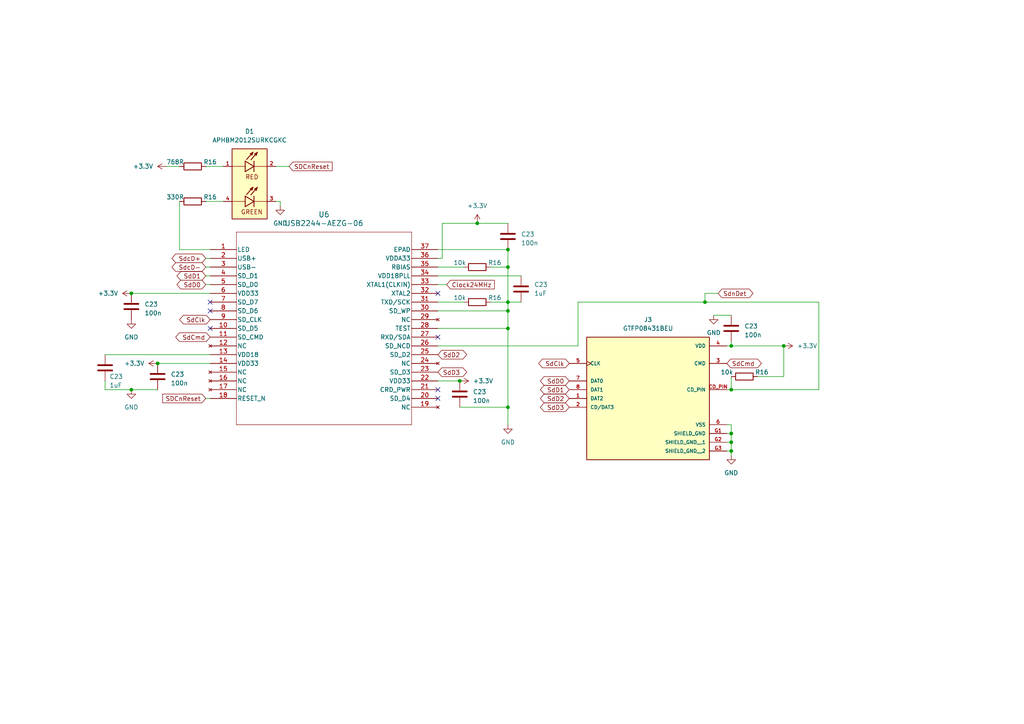
<source format=kicad_sch>
(kicad_sch (version 20230121) (generator eeschema)
  (paper "A4")
  (lib_symbols
    (symbol "Device:C" (pin_numbers hide) (pin_names (offset 0.254))
      (property "Reference" "C" (at 0.635 2.54 0))
      (property "Value" "C" (at 0.635 -2.54 0))
      (symbol "C_0_1"
        (polyline (pts (xy -2.032 -0.762) (xy 2.032 -0.762)) (stroke (width 0.508)))
        (polyline (pts (xy -2.032 0.762) (xy 2.032 0.762)) (stroke (width 0.508)))
      )
      (symbol "C_1_1"
        (pin passive line (at 0 3.81 270) (length 2.794) (name "~") (number "1"))
        (pin passive line (at 0 -3.81 90) (length 2.794) (name "~") (number "2"))
      )
    )
    (symbol "Device:R" (pin_numbers hide) (pin_names (offset 0))
      (property "Reference" "R" (at 2.032 0 90))
      (property "Value" "R" (at 0 0 90))
      (symbol "R_0_1"
        (rectangle (start -1.016 -2.54) (end 1.016 2.54) (stroke (width 0.254)))
      )
      (symbol "R_1_1"
        (pin passive line (at 0 3.81 270) (length 1.27) (name "~") (number "1"))
        (pin passive line (at 0 -3.81 90) (length 1.27) (name "~") (number "2"))
      )
    )
    (symbol "addOnTemplate:APHBM2012SURKCGKC" (pin_names (offset 1.016))
      (property "Reference" "D" (at -5.08 10.922 0))
      (property "Value" "APHBM2012SURKCGKC" (at -5.08 -12.7 0))
      (symbol "APHBM2012SURKCGKC_0_0"
        (rectangle (start -5.08 -10.16) (end 5.08 10.16) (stroke (width 0.254)) (fill (type background)))
        (polyline (pts (xy -1.27 -6.604) (xy 1.27 -5.08)) (stroke (width 0.254)))
        (polyline (pts (xy -1.27 -5.08) (xy -5.08 -5.08)) (stroke (width 0.1524)))
        (polyline (pts (xy -1.27 -5.08) (xy -1.27 -6.604)) (stroke (width 0.254)))
        (polyline (pts (xy -1.27 -3.556) (xy -1.27 -5.08)) (stroke (width 0.254)))
        (polyline (pts (xy -1.27 3.556) (xy 1.27 5.08)) (stroke (width 0.254)))
        (polyline (pts (xy -1.27 5.08) (xy -5.08 5.08)) (stroke (width 0.1524)))
        (polyline (pts (xy -1.27 5.08) (xy -1.27 3.556)) (stroke (width 0.254)))
        (polyline (pts (xy -1.27 6.604) (xy -1.27 5.08)) (stroke (width 0.254)))
        (polyline (pts (xy 0.9144 -1.0414) (xy -0.8636 -3.0734)) (stroke (width 0.254)))
        (polyline (pts (xy 0.9144 9.1186) (xy -0.8636 7.0866)) (stroke (width 0.254)))
        (polyline (pts (xy 1.27 -5.08) (xy -1.27 -3.556)) (stroke (width 0.254)))
        (polyline (pts (xy 1.27 -5.08) (xy 1.27 -6.604)) (stroke (width 0.254)))
        (polyline (pts (xy 1.27 -3.556) (xy 1.27 -5.08)) (stroke (width 0.254)))
        (polyline (pts (xy 1.27 5.08) (xy -1.27 6.604)) (stroke (width 0.254)))
        (polyline (pts (xy 1.27 5.08) (xy 1.27 3.556)) (stroke (width 0.254)))
        (polyline (pts (xy 1.27 6.604) (xy 1.27 5.08)) (stroke (width 0.254)))
        (polyline (pts (xy 2.159 -1.143) (xy 0.381 -3.175)) (stroke (width 0.254)))
        (polyline (pts (xy 2.159 9.017) (xy 0.381 6.985)) (stroke (width 0.254)))
        (polyline (pts (xy 5.08 -5.08) (xy 1.27 -5.08)) (stroke (width 0.1524)))
        (polyline (pts (xy 5.08 5.08) (xy 1.27 5.08)) (stroke (width 0.1524)))
        (polyline (pts (xy 0.127 -1.397) (xy 0.6985 -1.905) (xy 1.0795 -0.889) (xy 0.127 -1.397)) (stroke (width 0.1524)) (fill (type outline)))
        (polyline (pts (xy 0.127 8.763) (xy 0.6985 8.255) (xy 1.0795 9.271) (xy 0.127 8.763)) (stroke (width 0.1524)) (fill (type outline)))
        (polyline (pts (xy 1.397 -1.4605) (xy 1.9685 -1.9685) (xy 2.3495 -0.889) (xy 1.397 -1.4605)) (stroke (width 0.1524)) (fill (type outline)))
        (polyline (pts (xy 1.397 8.6995) (xy 1.9685 8.1915) (xy 2.3495 9.271) (xy 1.397 8.6995)) (stroke (width 0.1524)) (fill (type outline)))
        (text "GREEN" (at -2.54 -8.89 0) (effects (font (size 1.27 1.27)) (justify left bottom)))
        (text "RED" (at -1.27 1.27 0) (effects (font (size 1.27 1.27)) (justify left bottom)))
        (pin passive line (at -7.62 5.08 0) (length 2.54) (name "~") (number "1"))
        (pin passive line (at 7.62 5.08 180) (length 2.54) (name "~") (number "2"))
        (pin passive line (at 7.62 -5.08 180) (length 2.54) (name "~") (number "3"))
        (pin passive line (at -7.62 -5.08 0) (length 2.54) (name "~") (number "4"))
      )
    )
    (symbol "addOnTemplate:USB2244-AEZG-06" (pin_names (offset 0.254))
      (property "Reference" "U" (at 33.02 10.16 0))
      (property "Value" "USB2244-AEZG-06" (at 33.02 7.62 0))
      (symbol "USB2244-AEZG-06_0_1"
        (polyline (pts (xy 7.62 -50.8) (xy 58.42 -50.8)) (stroke (width 0.127)))
        (polyline (pts (xy 7.62 5.08) (xy 7.62 -50.8)) (stroke (width 0.127)))
        (polyline (pts (xy 58.42 -50.8) (xy 58.42 5.08)) (stroke (width 0.127)))
        (polyline (pts (xy 58.42 5.08) (xy 7.62 5.08)) (stroke (width 0.127)))
        (pin bidirectional line (at 0 0 0) (length 7.62) (name "LED") (number "1"))
        (pin bidirectional line (at 0 -22.86 0) (length 7.62) (name "SD_D5") (number "10"))
        (pin bidirectional line (at 0 -25.4 0) (length 7.62) (name "SD_CMD") (number "11"))
        (pin no_connect line (at 0 -27.94 0) (length 7.62) (name "NC") (number "12"))
        (pin power_in line (at 0 -30.48 0) (length 7.62) (name "VDD18") (number "13"))
        (pin power_in line (at 0 -33.02 0) (length 7.62) (name "VDD33") (number "14"))
        (pin no_connect line (at 0 -35.56 0) (length 7.62) (name "NC") (number "15"))
        (pin no_connect line (at 0 -38.1 0) (length 7.62) (name "NC") (number "16"))
        (pin no_connect line (at 0 -40.64 0) (length 7.62) (name "NC") (number "17"))
        (pin input line (at 0 -43.18 0) (length 7.62) (name "RESET_N") (number "18"))
        (pin no_connect line (at 66.04 -45.72 180) (length 7.62) (name "NC") (number "19"))
        (pin bidirectional line (at 0 -2.54 0) (length 7.62) (name "USB+") (number "2"))
        (pin bidirectional line (at 66.04 -43.18 180) (length 7.62) (name "SD_D4") (number "20"))
        (pin bidirectional line (at 66.04 -40.64 180) (length 7.62) (name "CRD_PWR") (number "21"))
        (pin power_in line (at 66.04 -38.1 180) (length 7.62) (name "VDD33") (number "22"))
        (pin bidirectional line (at 66.04 -35.56 180) (length 7.62) (name "SD_D3") (number "23"))
        (pin no_connect line (at 66.04 -33.02 180) (length 7.62) (name "NC") (number "24"))
        (pin bidirectional line (at 66.04 -30.48 180) (length 7.62) (name "SD_D2") (number "25"))
        (pin bidirectional line (at 66.04 -27.94 180) (length 7.62) (name "SD_NCD") (number "26"))
        (pin bidirectional line (at 66.04 -25.4 180) (length 7.62) (name "RXD/SDA") (number "27"))
        (pin input line (at 66.04 -22.86 180) (length 7.62) (name "TEST") (number "28"))
        (pin no_connect line (at 66.04 -20.32 180) (length 7.62) (name "NC") (number "29"))
        (pin bidirectional line (at 0 -5.08 0) (length 7.62) (name "USB-") (number "3"))
        (pin unspecified line (at 66.04 -17.78 180) (length 7.62) (name "SD_WP") (number "30"))
        (pin bidirectional line (at 66.04 -15.24 180) (length 7.62) (name "TXD/SCK") (number "31"))
        (pin output line (at 66.04 -12.7 180) (length 7.62) (name "XTAL2") (number "32"))
        (pin input line (at 66.04 -10.16 180) (length 7.62) (name "XTAL1(CLKIN)") (number "33"))
        (pin power_in line (at 66.04 -7.62 180) (length 7.62) (name "VDD18PLL") (number "34"))
        (pin input line (at 66.04 -5.08 180) (length 7.62) (name "RBIAS") (number "35"))
        (pin power_in line (at 66.04 -2.54 180) (length 7.62) (name "VDDA33") (number "36"))
        (pin unspecified line (at 66.04 0 180) (length 7.62) (name "EPAD") (number "37"))
        (pin bidirectional line (at 0 -7.62 0) (length 7.62) (name "SD_D1") (number "4"))
        (pin bidirectional line (at 0 -10.16 0) (length 7.62) (name "SD_D0") (number "5"))
        (pin power_in line (at 0 -12.7 0) (length 7.62) (name "VDD33") (number "6"))
        (pin bidirectional line (at 0 -15.24 0) (length 7.62) (name "SD_D7") (number "7"))
        (pin bidirectional line (at 0 -17.78 0) (length 7.62) (name "SD_D6") (number "8"))
        (pin output line (at 0 -20.32 0) (length 7.62) (name "SD_CLK") (number "9"))
      )
    )
    (symbol "cpuAddOn:GTFP08431BEU" (pin_names (offset 1.016))
      (property "Reference" "J" (at -17.78 16.002 0))
      (property "Value" "GTFP08431BEU" (at -17.78 -22.86 0))
      (symbol "GTFP08431BEU_0_0"
        (rectangle (start -17.78 -20.32) (end 17.78 15.24) (stroke (width 0.254)) (fill (type background)))
        (pin bidirectional line (at -22.86 -2.54 0) (length 5.08) (name "DAT2") (number "1"))
        (pin bidirectional line (at -22.86 -5.08 0) (length 5.08) (name "CD/DAT3") (number "2"))
        (pin bidirectional line (at 22.86 7.62 180) (length 5.08) (name "CMD") (number "3"))
        (pin power_in line (at 22.86 12.7 180) (length 5.08) (name "VDD") (number "4"))
        (pin bidirectional clock (at -22.86 7.62 0) (length 5.08) (name "CLK") (number "5"))
        (pin power_in line (at 22.86 -10.16 180) (length 5.08) (name "VSS") (number "6"))
        (pin bidirectional line (at -22.86 2.54 0) (length 5.08) (name "DAT0") (number "7"))
        (pin bidirectional line (at -22.86 0 0) (length 5.08) (name "DAT1") (number "8"))
        (pin bidirectional line (at 22.86 0 180) (length 5.08) (name "CD_PIN") (number "CD_PIN"))
        (pin power_in line (at 22.86 -12.7 180) (length 5.08) (name "SHIELD_GND") (number "G1"))
        (pin power_in line (at 22.86 -15.24 180) (length 5.08) (name "SHIELD_GND__1") (number "G2"))
        (pin power_in line (at 22.86 -17.78 180) (length 5.08) (name "SHIELD_GND__2") (number "G3"))
      )
    )
    (symbol "power:+3.3V" (power) (pin_names (offset 0))
      (property "Value" "+3.3V" (at 0 3.556 0))
      (symbol "+3.3V_0_1"
        (polyline (pts (xy -0.762 1.27) (xy 0 2.54)))
        (polyline (pts (xy 0 0) (xy 0 2.54)))
        (polyline (pts (xy 0 2.54) (xy 0.762 1.27)))
      )
      (symbol "+3.3V_1_1"
        (pin power_in line (at 0 0 90) (length 0) hide (name "+3.3V") (number "1"))
      )
    )
    (symbol "power:GND" (power) (pin_names (offset 0))
      (property "Value" "GND" (at 0 -3.81 0))
      (symbol "GND_0_1"
        (polyline (pts (xy 0 0) (xy 0 -1.27) (xy 1.27 -1.27) (xy 0 -2.54) (xy -1.27 -1.27) (xy 0 -1.27)))
      )
      (symbol "GND_1_1"
        (pin power_in line (at 0 0 270) (length 0) hide (name "GND") (number "1"))
      )
    )
  )
  (junction (at 212.09 113.03))
  (junction (at 38.1 113.03))
  (junction (at 212.09 130.81))
  (junction (at 212.09 125.73))
  (junction (at 212.09 100.33))
  (junction (at 138.43 64.77))
  (junction (at 147.32 77.47))
  (junction (at 38.1 85.09))
  (junction (at 45.72 105.41))
  (junction (at 133.35 110.49))
  (junction (at 147.32 118.11))
  (junction (at 147.32 90.17))
  (junction (at 204.47 87.63))
  (junction (at 147.32 72.39))
  (junction (at 227.33 100.33))
  (junction (at 212.09 128.27))
  (junction (at 147.32 95.25))
  (junction (at 147.32 87.63))
  (no_connect (at 60.96 90.17))
  (no_connect (at 127 97.79))
  (no_connect (at 127 115.57))
  (no_connect (at 60.96 87.63))
  (no_connect (at 127 113.03))
  (no_connect (at 127 85.09))
  (no_connect (at 60.96 95.25))
  (wire (pts (xy 208.28 85.09) (xy 204.47 85.09)))
  (wire (pts (xy 212.09 125.73) (xy 212.09 128.27)))
  (wire (pts (xy 59.69 48.26) (xy 64.77 48.26)))
  (wire (pts (xy 147.32 64.77) (xy 138.43 64.77)))
  (wire (pts (xy 227.33 109.22) (xy 227.33 100.33)))
  (wire (pts (xy 127 110.49) (xy 133.35 110.49)))
  (wire (pts (xy 128.27 74.93) (xy 127 74.93)))
  (wire (pts (xy 127 77.47) (xy 134.62 77.47)))
  (wire (pts (xy 133.35 118.11) (xy 147.32 118.11)))
  (wire (pts (xy 138.43 64.77) (xy 128.27 64.77)))
  (wire (pts (xy 59.69 77.47) (xy 60.96 77.47)))
  (wire (pts (xy 147.32 95.25) (xy 147.32 118.11)))
  (wire (pts (xy 142.24 77.47) (xy 147.32 77.47)))
  (wire (pts (xy 127 72.39) (xy 147.32 72.39)))
  (wire (pts (xy 52.07 58.42) (xy 52.07 72.39)))
  (wire (pts (xy 212.09 109.22) (xy 212.09 113.03)))
  (wire (pts (xy 127 82.55) (xy 129.54 82.55)))
  (wire (pts (xy 127 80.01) (xy 151.13 80.01)))
  (wire (pts (xy 30.48 113.03) (xy 38.1 113.03)))
  (wire (pts (xy 219.71 109.22) (xy 227.33 109.22)))
  (wire (pts (xy 38.1 113.03) (xy 45.72 113.03)))
  (wire (pts (xy 167.64 100.33) (xy 167.64 87.63)))
  (wire (pts (xy 59.69 82.55) (xy 60.96 82.55)))
  (wire (pts (xy 80.01 58.42) (xy 81.28 58.42)))
  (wire (pts (xy 127 90.17) (xy 147.32 90.17)))
  (wire (pts (xy 48.26 48.26) (xy 52.07 48.26)))
  (wire (pts (xy 147.32 87.63) (xy 147.32 90.17)))
  (wire (pts (xy 147.32 90.17) (xy 147.32 95.25)))
  (wire (pts (xy 127 87.63) (xy 134.62 87.63)))
  (wire (pts (xy 212.09 130.81) (xy 212.09 132.08)))
  (wire (pts (xy 210.82 128.27) (xy 212.09 128.27)))
  (wire (pts (xy 142.24 87.63) (xy 147.32 87.63)))
  (wire (pts (xy 59.69 115.57) (xy 60.96 115.57)))
  (wire (pts (xy 52.07 72.39) (xy 60.96 72.39)))
  (wire (pts (xy 45.72 105.41) (xy 60.96 105.41)))
  (wire (pts (xy 128.27 64.77) (xy 128.27 74.93)))
  (wire (pts (xy 147.32 87.63) (xy 151.13 87.63)))
  (wire (pts (xy 30.48 110.49) (xy 30.48 113.03)))
  (wire (pts (xy 237.49 113.03) (xy 212.09 113.03)))
  (wire (pts (xy 212.09 113.03) (xy 210.82 113.03)))
  (wire (pts (xy 210.82 125.73) (xy 212.09 125.73)))
  (wire (pts (xy 210.82 123.19) (xy 212.09 123.19)))
  (wire (pts (xy 212.09 100.33) (xy 227.33 100.33)))
  (wire (pts (xy 204.47 87.63) (xy 237.49 87.63)))
  (wire (pts (xy 38.1 85.09) (xy 60.96 85.09)))
  (wire (pts (xy 237.49 87.63) (xy 237.49 113.03)))
  (wire (pts (xy 212.09 99.06) (xy 212.09 100.33)))
  (wire (pts (xy 147.32 77.47) (xy 147.32 87.63)))
  (wire (pts (xy 212.09 128.27) (xy 212.09 130.81)))
  (wire (pts (xy 210.82 130.81) (xy 212.09 130.81)))
  (wire (pts (xy 207.01 91.44) (xy 212.09 91.44)))
  (wire (pts (xy 80.01 48.26) (xy 83.82 48.26)))
  (wire (pts (xy 59.69 74.93) (xy 60.96 74.93)))
  (wire (pts (xy 127 100.33) (xy 167.64 100.33)))
  (wire (pts (xy 81.28 58.42) (xy 81.28 59.69)))
  (wire (pts (xy 167.64 87.63) (xy 204.47 87.63)))
  (wire (pts (xy 30.48 102.87) (xy 60.96 102.87)))
  (wire (pts (xy 59.69 58.42) (xy 64.77 58.42)))
  (wire (pts (xy 204.47 85.09) (xy 204.47 87.63)))
  (wire (pts (xy 59.69 80.01) (xy 60.96 80.01)))
  (wire (pts (xy 127 95.25) (xy 147.32 95.25)))
  (wire (pts (xy 210.82 100.33) (xy 212.09 100.33)))
  (wire (pts (xy 147.32 72.39) (xy 147.32 77.47)))
  (wire (pts (xy 212.09 123.19) (xy 212.09 125.73)))
  (wire (pts (xy 147.32 118.11) (xy 147.32 123.19)))
  (global_label "SdnDet" (shape bidirectional) (at 208.28 85.09 0) (property "Intersheetrefs" "${INTERSHEET_REFS}" (effects hide)))
  (global_label "SDCnReset" (shape input) (at 83.82 48.26 0) (property "Intersheetrefs" "${INTERSHEET_REFS}" (effects hide)))
  (global_label "SdcD+" (shape bidirectional) (at 59.69 74.93 180) (property "Intersheetrefs" "${INTERSHEET_REFS}" (effects hide)))
  (global_label "SdcD-" (shape bidirectional) (at 59.69 77.47 180) (property "Intersheetrefs" "${INTERSHEET_REFS}" (effects hide)))
  (global_label "SDCnReset" (shape input) (at 59.69 115.57 180) (property "Intersheetrefs" "${INTERSHEET_REFS}" (effects hide)))
  (global_label "SdD1" (shape bidirectional) (at 59.69 80.01 180) (property "Intersheetrefs" "${INTERSHEET_REFS}" (effects hide)))
  (global_label "SdD0" (shape bidirectional) (at 165.1 110.49 180) (property "Intersheetrefs" "${INTERSHEET_REFS}" (effects hide)))
  (global_label "SdClk" (shape bidirectional) (at 60.96 92.71 180) (property "Intersheetrefs" "${INTERSHEET_REFS}" (effects hide)))
  (global_label "Clock24MHz" (shape input) (at 129.54 82.55 0) (property "Intersheetrefs" "${INTERSHEET_REFS}" (effects hide)))
  (global_label "SdCmd" (shape bidirectional) (at 210.82 105.41 0) (property "Intersheetrefs" "${INTERSHEET_REFS}" (effects hide)))
  (global_label "SdD2" (shape bidirectional) (at 127 102.87 0) (property "Intersheetrefs" "${INTERSHEET_REFS}" (effects hide)))
  (global_label "SdD1" (shape bidirectional) (at 165.1 113.03 180) (property "Intersheetrefs" "${INTERSHEET_REFS}" (effects hide)))
  (global_label "SdD0" (shape bidirectional) (at 59.69 82.55 180) (property "Intersheetrefs" "${INTERSHEET_REFS}" (effects hide)))
  (global_label "SdD3" (shape bidirectional) (at 165.1 118.11 180) (property "Intersheetrefs" "${INTERSHEET_REFS}" (effects hide)))
  (global_label "SdCmd" (shape bidirectional) (at 60.96 97.79 180) (property "Intersheetrefs" "${INTERSHEET_REFS}" (effects hide)))
  (global_label "SdD3" (shape bidirectional) (at 127 107.95 0) (property "Intersheetrefs" "${INTERSHEET_REFS}" (effects hide)))
  (global_label "SdClk" (shape bidirectional) (at 165.1 105.41 180) (property "Intersheetrefs" "${INTERSHEET_REFS}" (effects hide)))
  (global_label "SdD2" (shape bidirectional) (at 165.1 115.57 180) (property "Intersheetrefs" "${INTERSHEET_REFS}" (effects hide)))
  (symbol (lib_id "Device:R") (at 138.43 77.47 90) (unit 1)
    (property "Reference" "R16" (at 143.51 76.2 90))
    (property "Value" "10k" (at 133.35 76.2 90))
    (property "Footprint" "Resistor_SMD:R_0402_1005Metric" (effects hide))
    (instances (project "cpuAddOn" (path "" (reference "R16") (unit 1))) (project "perifAddOn" (path "" (reference "R21") (unit 1))))
  )
  (symbol (lib_id "Device:C") (at 133.35 114.3 0) (unit 1)
    (property "Reference" "C23" (at 137.16 113.665 0) (effects (justify left)))
    (property "Value" "100n" (at 137.16 116.205 0) (effects (justify left)))
    (property "Footprint" "Capacitor_SMD:C_0402_1005Metric" (effects hide))
    (instances (project "gecko5education" (path "" (reference "C23") (unit 1))) (project "cpuAddOn" (path "" (reference "C14") (unit 1))) (project "perifAddOn" (path "" (reference "C23") (unit 1))))
  )
  (symbol (lib_id "power:GND") (at 212.09 132.08 0) (unit 1)
    (property "Reference" "#PWR082" (effects hide))
    (property "Value" "GND" (at 212.09 137.16 0))
    (instances (project "gecko5education" (path "" (reference "#PWR082") (unit 1))) (project "cpuAddOn" (path "" (reference "#PWR014") (unit 1))) (project "perifAddOn" (path "" (reference "#PWR045") (unit 1))))
  )
  (symbol (lib_id "addOnTemplate:APHBM2012SURKCGKC") (at 72.39 53.34 0) (unit 1)
    (property "Reference" "D1" (at 72.39 38.1 0))
    (property "Value" "APHBM2012SURKCGKC" (at 72.39 40.64 0))
    (property "Footprint" "addOnTemplate:LED_APHBM2012SURKCGKC" (effects hide))
    (property "MF" "Kingbright" (effects hide))
    (property "DESCRIPTION" "Green, Red 570nm Green, 630nm Red LED Indication - Discrete 2.1V Green, 1.95V Red 0805 (2012 Metric)" (effects hide))
    (property "PACKAGE" "0805 Kingbright" (effects hide))
    (property "PRICE" "None" (effects hide))
    (property "MP" "APHBM2012SURKCGKC" (effects hide))
    (property "AVAILABILITY" "In Stock" (effects hide))
    (property "PURCHASE-URL" "https://pricing.snapeda.com/search/part/APHBM2012SURKCGKC/?ref=eda" (effects hide))
  )
  (symbol (lib_id "Device:R") (at 138.43 87.63 90) (unit 1)
    (property "Reference" "R16" (at 143.51 86.36 90))
    (property "Value" "10k" (at 133.35 86.36 90))
    (property "Footprint" "Resistor_SMD:R_0402_1005Metric" (effects hide))
    (instances (project "cpuAddOn" (path "" (reference "R16") (unit 1))) (project "perifAddOn" (path "" (reference "R20") (unit 1))))
  )
  (symbol (lib_id "power:GND") (at 81.28 59.69 0) (unit 1)
    (property "Reference" "#PWR082" (effects hide))
    (property "Value" "GND" (at 81.28 64.77 0))
    (instances (project "gecko5education" (path "" (reference "#PWR082") (unit 1))) (project "cpuAddOn" (path "" (reference "#PWR014") (unit 1))) (project "perifAddOn" (path "" (reference "#PWR053") (unit 1))))
  )
  (symbol (lib_id "power:+3.3V") (at 138.43 64.77 0) (unit 1)
    (property "Reference" "#PWR01" (effects hide))
    (property "Value" "+3.3V" (at 138.43 59.69 0))
    (instances (project "gecko5education" (path "" (reference "#PWR01") (unit 1)) (path "" (reference "#PWR017") (unit 1))) (project "cpuAddOn" (path "" (reference "#PWR039") (unit 1))) (project "perifAddOn" (path "" (reference "#PWR047") (unit 1))))
  )
  (symbol (lib_id "cpuAddOn:GTFP08431BEU") (at 187.96 113.03 0) (unit 1)
    (property "Reference" "J3" (at 187.96 92.71 0))
    (property "Value" "GTFP08431BEU" (at 187.96 95.25 0))
    (property "Footprint" "addOnTemplate:AMPHENOL_GTFP08431BEU" (effects hide))
    (property "PARTREV" "F" (effects hide))
    (property "STANDARD" "Manufacturer Recommendations" (effects hide))
    (property "SNAPEDA_PN" "GTFP08431BEU" (effects hide))
    (property "MAXIMUM_PACKAGE_HEIGHT" "1.85 mm" (effects hide))
    (property "MANUFACTURER" "Amphenol" (effects hide))
  )
  (symbol (lib_id "power:+3.3V") (at 38.1 85.09 90) (unit 1)
    (property "Reference" "#PWR01" (effects hide))
    (property "Value" "+3.3V" (at 34.29 85.09 90) (effects (justify left)))
    (instances (project "gecko5education" (path "" (reference "#PWR01") (unit 1)) (path "" (reference "#PWR017") (unit 1))) (project "cpuAddOn" (path "" (reference "#PWR039") (unit 1))) (project "perifAddOn" (path "" (reference "#PWR052") (unit 1))))
  )
  (symbol (lib_id "Device:C") (at 147.32 68.58 0) (unit 1)
    (property "Reference" "C23" (at 151.13 67.945 0) (effects (justify left)))
    (property "Value" "100n" (at 151.13 70.485 0) (effects (justify left)))
    (property "Footprint" "Capacitor_SMD:C_0402_1005Metric" (effects hide))
    (instances (project "gecko5education" (path "" (reference "C23") (unit 1))) (project "cpuAddOn" (path "" (reference "C14") (unit 1))) (project "perifAddOn" (path "" (reference "C22") (unit 1))))
  )
  (symbol (lib_id "power:+3.3V") (at 48.26 48.26 90) (unit 1)
    (property "Reference" "#PWR01" (effects hide))
    (property "Value" "+3.3V" (at 44.45 48.26 90) (effects (justify left)))
    (instances (project "gecko5education" (path "" (reference "#PWR01") (unit 1)) (path "" (reference "#PWR017") (unit 1))) (project "cpuAddOn" (path "" (reference "#PWR039") (unit 1))) (project "perifAddOn" (path "" (reference "#PWR054") (unit 1))))
  )
  (symbol (lib_id "Device:R") (at 55.88 48.26 90) (unit 1)
    (property "Reference" "R16" (at 60.96 46.99 90))
    (property "Value" "768R" (at 50.8 46.99 90))
    (property "Footprint" "Resistor_SMD:R_0402_1005Metric" (effects hide))
    (instances (project "cpuAddOn" (path "" (reference "R16") (unit 1))) (project "perifAddOn" (path "" (reference "R22") (unit 1))))
  )
  (symbol (lib_id "power:GND") (at 38.1 92.71 0) (unit 1)
    (property "Reference" "#PWR082" (effects hide))
    (property "Value" "GND" (at 38.1 97.79 0))
    (instances (project "gecko5education" (path "" (reference "#PWR082") (unit 1))) (project "cpuAddOn" (path "" (reference "#PWR014") (unit 1))) (project "perifAddOn" (path "" (reference "#PWR050") (unit 1))))
  )
  (symbol (lib_id "power:GND") (at 38.1 113.03 0) (unit 1)
    (property "Reference" "#PWR082" (effects hide))
    (property "Value" "GND" (at 38.1 118.11 0))
    (instances (project "gecko5education" (path "" (reference "#PWR082") (unit 1))) (project "cpuAddOn" (path "" (reference "#PWR014") (unit 1))) (project "perifAddOn" (path "" (reference "#PWR049") (unit 1))))
  )
  (symbol (lib_id "Device:R") (at 215.9 109.22 90) (unit 1)
    (property "Reference" "R16" (at 220.98 107.95 90))
    (property "Value" "10k" (at 210.82 107.95 90))
    (property "Footprint" "Resistor_SMD:R_0402_1005Metric" (effects hide))
    (instances (project "cpuAddOn" (path "" (reference "R16") (unit 1))) (project "perifAddOn" (path "" (reference "R19") (unit 1))))
  )
  (symbol (lib_id "Device:C") (at 45.72 109.22 0) (unit 1)
    (property "Reference" "C23" (at 49.53 108.585 0) (effects (justify left)))
    (property "Value" "100n" (at 49.53 111.125 0) (effects (justify left)))
    (property "Footprint" "Capacitor_SMD:C_0402_1005Metric" (effects hide))
    (instances (project "gecko5education" (path "" (reference "C23") (unit 1))) (project "cpuAddOn" (path "" (reference "C14") (unit 1))) (project "perifAddOn" (path "" (reference "C26") (unit 1))))
  )
  (symbol (lib_id "Device:R") (at 55.88 58.42 90) (unit 1)
    (property "Reference" "R16" (at 60.96 57.15 90))
    (property "Value" "330R" (at 50.8 57.15 90))
    (property "Footprint" "Resistor_SMD:R_0402_1005Metric" (effects hide))
    (instances (project "cpuAddOn" (path "" (reference "R16") (unit 1))) (project "perifAddOn" (path "" (reference "R23") (unit 1))))
  )
  (symbol (lib_id "Device:C") (at 212.09 95.25 0) (unit 1)
    (property "Reference" "C23" (at 215.9 94.615 0) (effects (justify left)))
    (property "Value" "100n" (at 215.9 97.155 0) (effects (justify left)))
    (property "Footprint" "Capacitor_SMD:C_0402_1005Metric" (effects hide))
    (instances (project "gecko5education" (path "" (reference "C23") (unit 1))) (project "cpuAddOn" (path "" (reference "C14") (unit 1))) (project "perifAddOn" (path "" (reference "C20") (unit 1))))
  )
  (symbol (lib_id "power:+3.3V") (at 227.33 100.33 270) (unit 1)
    (property "Reference" "#PWR01" (effects hide))
    (property "Value" "+3.3V" (at 231.14 100.33 90) (effects (justify left)))
    (instances (project "gecko5education" (path "" (reference "#PWR01") (unit 1)) (path "" (reference "#PWR017") (unit 1))) (project "cpuAddOn" (path "" (reference "#PWR039") (unit 1))) (project "perifAddOn" (path "" (reference "#PWR043") (unit 1))))
  )
  (symbol (lib_id "addOnTemplate:USB2244-AEZG-06") (at 60.96 72.39 0) (unit 1)
    (property "Reference" "U6" (at 93.98 62.23 0) (effects (font (size 1.524 1.524))))
    (property "Value" "USB2244-AEZG-06" (at 93.98 64.77 0) (effects (font (size 1.524 1.524))))
    (property "Footprint" "addOnTemplate:QFN36_6X6MC_MCH" (effects hide))
    (property "Datasheet" "USB2244-AEZG-06" (effects hide))
  )
  (symbol (lib_id "power:+3.3V") (at 45.72 105.41 90) (unit 1)
    (property "Reference" "#PWR01" (effects hide))
    (property "Value" "+3.3V" (at 41.91 105.41 90) (effects (justify left)))
    (instances (project "gecko5education" (path "" (reference "#PWR01") (unit 1)) (path "" (reference "#PWR017") (unit 1))) (project "cpuAddOn" (path "" (reference "#PWR039") (unit 1))) (project "perifAddOn" (path "" (reference "#PWR051") (unit 1))))
  )
  (symbol (lib_id "Device:C") (at 38.1 88.9 0) (unit 1)
    (property "Reference" "C23" (at 41.91 88.265 0) (effects (justify left)))
    (property "Value" "100n" (at 41.91 90.805 0) (effects (justify left)))
    (property "Footprint" "Capacitor_SMD:C_0402_1005Metric" (effects hide))
    (instances (project "gecko5education" (path "" (reference "C23") (unit 1))) (project "cpuAddOn" (path "" (reference "C14") (unit 1))) (project "perifAddOn" (path "" (reference "C24") (unit 1))))
  )
  (symbol (lib_id "Device:C") (at 151.13 83.82 0) (unit 1)
    (property "Reference" "C23" (at 154.94 82.55 0) (effects (justify left)))
    (property "Value" "1uF" (at 154.94 85.09 0) (effects (justify left)))
    (property "Footprint" "Capacitor_SMD:C_0402_1005Metric" (effects hide))
    (instances (project "gecko5education" (path "" (reference "C23") (unit 1))) (project "cpuAddOn" (path "" (reference "C14") (unit 1))) (project "perifAddOn" (path "" (reference "C21") (unit 1))))
  )
  (symbol (lib_id "power:GND") (at 207.01 91.44 0) (unit 1)
    (property "Reference" "#PWR082" (effects hide))
    (property "Value" "GND" (at 207.01 96.52 0))
    (instances (project "gecko5education" (path "" (reference "#PWR082") (unit 1))) (project "cpuAddOn" (path "" (reference "#PWR014") (unit 1))) (project "perifAddOn" (path "" (reference "#PWR044") (unit 1))))
  )
  (symbol (lib_id "power:GND") (at 147.32 123.19 0) (unit 1)
    (property "Reference" "#PWR082" (effects hide))
    (property "Value" "GND" (at 147.32 128.27 0))
    (instances (project "gecko5education" (path "" (reference "#PWR082") (unit 1))) (project "cpuAddOn" (path "" (reference "#PWR014") (unit 1))) (project "perifAddOn" (path "" (reference "#PWR046") (unit 1))))
  )
  (symbol (lib_id "power:+3.3V") (at 133.35 110.49 270) (unit 1)
    (property "Reference" "#PWR01" (effects hide))
    (property "Value" "+3.3V" (at 137.16 110.49 90) (effects (justify left)))
    (instances (project "gecko5education" (path "" (reference "#PWR01") (unit 1)) (path "" (reference "#PWR017") (unit 1))) (project "cpuAddOn" (path "" (reference "#PWR039") (unit 1))) (project "perifAddOn" (path "" (reference "#PWR048") (unit 1))))
  )
  (symbol (lib_id "Device:C") (at 30.48 106.68 0) (unit 1)
    (property "Reference" "C23" (at 31.75 109.22 0) (effects (justify left)))
    (property "Value" "1uF" (at 31.75 111.76 0) (effects (justify left)))
    (property "Footprint" "Capacitor_SMD:C_0402_1005Metric" (effects hide))
    (instances (project "gecko5education" (path "" (reference "C23") (unit 1))) (project "cpuAddOn" (path "" (reference "C14") (unit 1))) (project "perifAddOn" (path "" (reference "C25") (unit 1))))
  )
)
</source>
